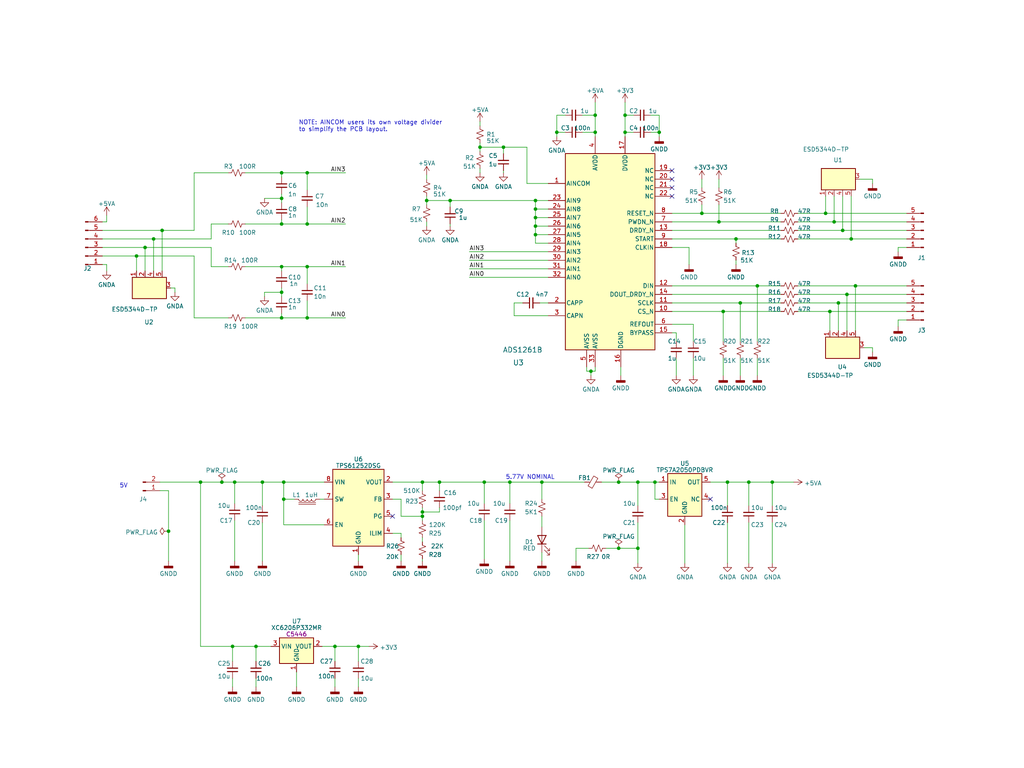
<source format=kicad_sch>
(kicad_sch (version 20230121) (generator eeschema)
  (paper "User" 304.8 228.6)
  (title_block (title "ADS1261 ADC BREAKOUT BOARD") (rev "0.1"))
  (junction (at 66.04 143.51))
  (junction (at 69.215 192.405))
  (junction (at 83.82 51.435))
  (junction (at 91.44 94.615))
  (junction (at 186.055 39.37))
  (junction (at 215.265 92.71))
  (junction (at 78.105 143.51))
  (junction (at 189.865 163.195))
  (junction (at 91.44 66.675))
  (junction (at 84.455 143.51))
  (junction (at 159.385 59.69))
  (junction (at 91.44 79.375))
  (junction (at 253.365 71.12))
  (junction (at 249.555 90.17))
  (junction (at 245.745 63.5))
  (junction (at 40.64 76.2))
  (junction (at 133.985 59.69))
  (junction (at 250.825 68.58))
  (junction (at 161.29 143.51))
  (junction (at 125.73 143.51))
  (junction (at 43.18 73.66))
  (junction (at 50.165 158.115))
  (junction (at 91.44 51.435))
  (junction (at 222.885 143.51))
  (junction (at 254.635 85.09))
  (junction (at 99.695 192.405))
  (junction (at 83.82 66.675))
  (junction (at 142.875 43.815))
  (junction (at 159.385 67.31))
  (junction (at 59.69 143.51))
  (junction (at 165.735 39.37))
  (junction (at 69.85 143.51))
  (junction (at 83.82 59.055))
  (junction (at 106.68 192.405))
  (junction (at 177.165 39.37))
  (junction (at 213.995 66.04))
  (junction (at 159.385 62.23))
  (junction (at 225.425 85.09))
  (junction (at 83.82 94.615))
  (junction (at 127 59.69))
  (junction (at 220.345 90.17))
  (junction (at 144.145 143.51))
  (junction (at 83.82 86.995))
  (junction (at 186.055 34.29))
  (junction (at 83.82 79.375))
  (junction (at 196.215 39.37))
  (junction (at 125.73 152.4))
  (junction (at 184.15 143.51))
  (junction (at 130.81 143.51))
  (junction (at 84.455 148.59))
  (junction (at 177.165 34.29))
  (junction (at 189.865 143.51))
  (junction (at 125.73 153.67))
  (junction (at 208.915 63.5))
  (junction (at 229.87 143.51))
  (junction (at 219.075 71.12))
  (junction (at 151.765 143.51))
  (junction (at 184.15 163.195))
  (junction (at 45.72 71.12))
  (junction (at 76.2 192.405))
  (junction (at 149.86 43.815))
  (junction (at 252.095 87.63))
  (junction (at 175.895 110.49))
  (junction (at 216.535 143.51))
  (junction (at 247.015 92.71))
  (junction (at 159.385 64.77))
  (junction (at 48.26 68.58))
  (junction (at 159.385 69.85))
  (junction (at 248.285 66.04))
  (junction (at 194.945 143.51))
  (no_connect (at 200.025 58.42))
  (no_connect (at 200.025 50.8))
  (no_connect (at 200.025 55.88))
  (no_connect (at 211.455 148.59))
  (no_connect (at 116.84 153.67))
  (no_connect (at 200.025 53.34))
  (wire (pts (xy 174.625 110.49) (xy 175.895 110.49)))
  (wire (pts (xy 248.285 58.42) (xy 248.285 66.04)))
  (wire (pts (xy 83.82 93.345) (xy 83.82 94.615)))
  (wire (pts (xy 106.68 192.405) (xy 109.855 192.405)))
  (wire (pts (xy 159.385 67.31) (xy 163.195 67.31)))
  (wire (pts (xy 206.375 101.6) (xy 206.375 96.52)))
  (wire (pts (xy 106.68 201.93) (xy 106.68 204.47)))
  (wire (pts (xy 125.73 166.37) (xy 125.73 167.005)))
  (wire (pts (xy 155.575 90.17) (xy 153.035 90.17)))
  (wire (pts (xy 215.265 106.68) (xy 215.265 111.76)))
  (wire (pts (xy 144.145 143.51) (xy 151.765 143.51)))
  (wire (pts (xy 237.49 90.17) (xy 249.555 90.17)))
  (wire (pts (xy 127 59.69) (xy 127 60.96)))
  (wire (pts (xy 184.15 143.51) (xy 189.865 143.51)))
  (wire (pts (xy 83.82 51.435) (xy 83.82 52.705)))
  (wire (pts (xy 127 66.04) (xy 127 67.31)))
  (wire (pts (xy 220.345 106.68) (xy 220.345 111.76)))
  (wire (pts (xy 159.385 59.69) (xy 163.195 59.69)))
  (wire (pts (xy 142.875 50.165) (xy 142.875 51.435)))
  (wire (pts (xy 206.375 106.68) (xy 206.375 111.76)))
  (wire (pts (xy 208.915 53.34) (xy 208.915 55.88)))
  (wire (pts (xy 91.44 61.595) (xy 91.44 66.675)))
  (wire (pts (xy 78.74 86.995) (xy 78.74 88.265)))
  (wire (pts (xy 83.82 79.375) (xy 83.82 80.645)))
  (wire (pts (xy 125.73 143.51) (xy 130.81 143.51)))
  (wire (pts (xy 91.44 89.535) (xy 91.44 94.615)))
  (wire (pts (xy 45.72 71.12) (xy 62.865 71.12)))
  (wire (pts (xy 237.49 92.71) (xy 247.015 92.71)))
  (wire (pts (xy 47.625 143.51) (xy 59.69 143.51)))
  (wire (pts (xy 200.025 92.71) (xy 215.265 92.71)))
  (wire (pts (xy 194.945 148.59) (xy 194.945 143.51)))
  (wire (pts (xy 69.215 201.93) (xy 69.215 204.47)))
  (wire (pts (xy 69.85 154.94) (xy 69.85 167.005)))
  (wire (pts (xy 83.82 57.785) (xy 83.82 59.055)))
  (wire (pts (xy 219.075 71.12) (xy 219.075 72.39)))
  (wire (pts (xy 252.095 87.63) (xy 252.095 98.425)))
  (wire (pts (xy 31.75 78.74) (xy 31.75 80.645)))
  (wire (pts (xy 249.555 90.17) (xy 249.555 98.425)))
  (wire (pts (xy 201.295 106.68) (xy 201.295 111.76)))
  (wire (pts (xy 127 52.07) (xy 127 53.34)))
  (wire (pts (xy 57.785 76.2) (xy 57.785 94.615)))
  (wire (pts (xy 156.845 43.815) (xy 156.845 54.61)))
  (wire (pts (xy 177.165 109.22) (xy 177.165 110.49)))
  (wire (pts (xy 130.81 151.13) (xy 130.81 152.4)))
  (wire (pts (xy 116.84 143.51) (xy 125.73 143.51)))
  (wire (pts (xy 50.165 158.115) (xy 50.165 167.005)))
  (wire (pts (xy 189.865 155.575) (xy 189.865 163.195)))
  (wire (pts (xy 91.44 66.675) (xy 102.87 66.675)))
  (wire (pts (xy 78.105 155.575) (xy 78.105 167.005)))
  (wire (pts (xy 142.875 42.545) (xy 142.875 43.815)))
  (wire (pts (xy 144.145 154.94) (xy 144.145 166.37)))
  (wire (pts (xy 52.07 85.725) (xy 52.07 86.995)))
  (wire (pts (xy 237.49 87.63) (xy 252.095 87.63)))
  (wire (pts (xy 125.73 160.02) (xy 125.73 161.29)))
  (wire (pts (xy 69.215 192.405) (xy 69.215 196.85)))
  (wire (pts (xy 237.49 66.04) (xy 248.285 66.04)))
  (wire (pts (xy 267.335 73.66) (xy 267.335 74.93)))
  (wire (pts (xy 88.265 200.025) (xy 88.265 204.47)))
  (wire (pts (xy 149.86 43.815) (xy 156.845 43.815)))
  (wire (pts (xy 57.785 51.435) (xy 67.945 51.435)))
  (wire (pts (xy 156.845 54.61) (xy 163.195 54.61)))
  (wire (pts (xy 151.765 143.51) (xy 161.29 143.51)))
  (wire (pts (xy 50.8 85.725) (xy 52.07 85.725)))
  (wire (pts (xy 225.425 85.09) (xy 232.41 85.09)))
  (wire (pts (xy 208.915 60.96) (xy 208.915 63.5)))
  (wire (pts (xy 83.82 66.675) (xy 91.44 66.675)))
  (wire (pts (xy 48.26 68.58) (xy 57.785 68.58)))
  (wire (pts (xy 43.18 73.66) (xy 62.865 73.66)))
  (wire (pts (xy 245.745 58.42) (xy 245.745 63.5)))
  (wire (pts (xy 83.82 79.375) (xy 91.44 79.375)))
  (wire (pts (xy 159.385 69.85) (xy 159.385 72.39)))
  (wire (pts (xy 254.635 85.09) (xy 269.875 85.09)))
  (wire (pts (xy 62.865 73.66) (xy 62.865 79.375)))
  (wire (pts (xy 159.385 67.31) (xy 159.385 69.85)))
  (wire (pts (xy 149.86 43.815) (xy 149.86 45.72)))
  (wire (pts (xy 69.85 143.51) (xy 78.105 143.51)))
  (wire (pts (xy 159.385 59.69) (xy 159.385 62.23)))
  (wire (pts (xy 133.985 59.69) (xy 133.985 61.595)))
  (wire (pts (xy 76.2 192.405) (xy 80.645 192.405)))
  (wire (pts (xy 186.055 39.37) (xy 186.055 40.64)))
  (wire (pts (xy 200.025 63.5) (xy 208.915 63.5)))
  (wire (pts (xy 99.695 192.405) (xy 99.695 196.85)))
  (wire (pts (xy 189.865 143.51) (xy 189.865 150.495)))
  (wire (pts (xy 99.695 192.405) (xy 106.68 192.405)))
  (wire (pts (xy 45.72 71.12) (xy 45.72 80.645)))
  (wire (pts (xy 203.835 156.21) (xy 203.835 167.64)))
  (wire (pts (xy 106.68 165.1) (xy 106.68 167.005)))
  (wire (pts (xy 229.87 155.575) (xy 229.87 167.64)))
  (wire (pts (xy 159.385 72.39) (xy 163.195 72.39)))
  (wire (pts (xy 249.555 90.17) (xy 269.875 90.17)))
  (wire (pts (xy 222.885 143.51) (xy 222.885 150.495)))
  (wire (pts (xy 84.455 156.21) (xy 84.455 148.59)))
  (wire (pts (xy 269.875 73.66) (xy 267.335 73.66)))
  (wire (pts (xy 175.895 110.49) (xy 177.165 110.49)))
  (wire (pts (xy 257.175 103.505) (xy 259.715 103.505)))
  (wire (pts (xy 253.365 71.12) (xy 269.875 71.12)))
  (wire (pts (xy 237.49 63.5) (xy 245.745 63.5)))
  (wire (pts (xy 200.025 68.58) (xy 232.41 68.58)))
  (wire (pts (xy 59.69 143.51) (xy 66.04 143.51)))
  (wire (pts (xy 76.2 196.85) (xy 76.2 192.405)))
  (wire (pts (xy 219.075 77.47) (xy 219.075 78.74)))
  (wire (pts (xy 130.81 146.05) (xy 130.81 143.51)))
  (wire (pts (xy 200.025 73.66) (xy 205.105 73.66)))
  (wire (pts (xy 189.865 163.195) (xy 189.865 167.64)))
  (wire (pts (xy 119.38 158.75) (xy 119.38 160.02)))
  (wire (pts (xy 216.535 143.51) (xy 222.885 143.51)))
  (wire (pts (xy 165.735 34.29) (xy 165.735 39.37)))
  (wire (pts (xy 229.87 143.51) (xy 236.22 143.51)))
  (wire (pts (xy 237.49 68.58) (xy 250.825 68.58)))
  (wire (pts (xy 168.275 39.37) (xy 165.735 39.37)))
  (wire (pts (xy 213.995 66.04) (xy 232.41 66.04)))
  (wire (pts (xy 196.215 39.37) (xy 196.215 40.64)))
  (wire (pts (xy 161.29 143.51) (xy 161.29 148.59)))
  (wire (pts (xy 139.7 77.47) (xy 163.195 77.47)))
  (wire (pts (xy 62.865 79.375) (xy 67.945 79.375)))
  (wire (pts (xy 255.905 53.34) (xy 259.715 53.34)))
  (wire (pts (xy 253.365 58.42) (xy 253.365 71.12)))
  (wire (pts (xy 40.64 76.2) (xy 57.785 76.2)))
  (wire (pts (xy 95.885 192.405) (xy 99.695 192.405)))
  (wire (pts (xy 78.105 143.51) (xy 84.455 143.51)))
  (wire (pts (xy 119.38 148.59) (xy 116.84 148.59)))
  (wire (pts (xy 151.765 154.94) (xy 151.765 167.005)))
  (wire (pts (xy 160.655 90.17) (xy 163.195 90.17)))
  (wire (pts (xy 179.07 143.51) (xy 184.15 143.51)))
  (wire (pts (xy 119.38 153.67) (xy 125.73 153.67)))
  (wire (pts (xy 205.105 73.66) (xy 205.105 78.74)))
  (wire (pts (xy 30.48 66.04) (xy 31.75 66.04)))
  (wire (pts (xy 196.215 39.37) (xy 193.675 39.37)))
  (wire (pts (xy 159.385 62.23) (xy 163.195 62.23)))
  (wire (pts (xy 84.455 143.51) (xy 96.52 143.51)))
  (wire (pts (xy 229.87 143.51) (xy 229.87 150.495)))
  (wire (pts (xy 78.105 143.51) (xy 78.105 150.495)))
  (wire (pts (xy 73.025 51.435) (xy 83.82 51.435)))
  (wire (pts (xy 47.625 146.05) (xy 50.165 146.05)))
  (wire (pts (xy 186.055 34.29) (xy 186.055 39.37)))
  (wire (pts (xy 30.48 78.74) (xy 31.75 78.74)))
  (wire (pts (xy 248.285 66.04) (xy 269.875 66.04)))
  (wire (pts (xy 200.025 71.12) (xy 219.075 71.12)))
  (wire (pts (xy 161.29 164.465) (xy 161.29 167.005)))
  (wire (pts (xy 91.44 51.435) (xy 91.44 56.515)))
  (wire (pts (xy 201.295 99.06) (xy 201.295 101.6)))
  (wire (pts (xy 267.335 95.25) (xy 267.335 97.155)))
  (wire (pts (xy 177.165 39.37) (xy 177.165 40.64)))
  (wire (pts (xy 175.895 110.49) (xy 175.895 111.76)))
  (wire (pts (xy 215.265 92.71) (xy 232.41 92.71)))
  (wire (pts (xy 247.015 92.71) (xy 247.015 98.425)))
  (wire (pts (xy 250.825 68.58) (xy 269.875 68.58)))
  (wire (pts (xy 237.49 85.09) (xy 254.635 85.09)))
  (wire (pts (xy 153.035 93.98) (xy 163.195 93.98)))
  (wire (pts (xy 196.215 34.29) (xy 196.215 39.37)))
  (wire (pts (xy 220.345 90.17) (xy 220.345 101.6)))
  (wire (pts (xy 194.945 143.51) (xy 196.215 143.51)))
  (wire (pts (xy 127 59.69) (xy 133.985 59.69)))
  (wire (pts (xy 73.025 79.375) (xy 83.82 79.375)))
  (wire (pts (xy 57.785 94.615) (xy 67.945 94.615)))
  (wire (pts (xy 177.165 30.48) (xy 177.165 34.29)))
  (wire (pts (xy 200.025 99.06) (xy 201.295 99.06)))
  (wire (pts (xy 159.385 64.77) (xy 159.385 67.31)))
  (wire (pts (xy 180.34 163.195) (xy 184.15 163.195)))
  (wire (pts (xy 215.265 92.71) (xy 215.265 101.6)))
  (wire (pts (xy 50.165 146.05) (xy 50.165 158.115)))
  (wire (pts (xy 189.865 143.51) (xy 194.945 143.51)))
  (wire (pts (xy 62.865 66.675) (xy 67.945 66.675)))
  (wire (pts (xy 91.44 51.435) (xy 102.87 51.435)))
  (wire (pts (xy 184.785 109.22) (xy 184.785 111.76)))
  (wire (pts (xy 165.735 39.37) (xy 165.735 40.64)))
  (wire (pts (xy 139.7 74.93) (xy 163.195 74.93)))
  (wire (pts (xy 222.885 155.575) (xy 222.885 167.64)))
  (wire (pts (xy 99.695 201.93) (xy 99.695 204.47)))
  (wire (pts (xy 76.2 201.93) (xy 76.2 204.47)))
  (wire (pts (xy 254.635 85.09) (xy 254.635 98.425)))
  (wire (pts (xy 83.82 86.995) (xy 78.74 86.995)))
  (wire (pts (xy 161.29 153.67) (xy 161.29 156.845)))
  (wire (pts (xy 159.385 64.77) (xy 163.195 64.77)))
  (wire (pts (xy 119.38 148.59) (xy 119.38 153.67)))
  (wire (pts (xy 95.25 148.59) (xy 96.52 148.59)))
  (wire (pts (xy 48.26 68.58) (xy 48.26 80.645)))
  (wire (pts (xy 225.425 106.68) (xy 225.425 111.76)))
  (wire (pts (xy 250.825 58.42) (xy 250.825 68.58)))
  (wire (pts (xy 200.025 87.63) (xy 232.41 87.63)))
  (wire (pts (xy 193.675 34.29) (xy 196.215 34.29)))
  (wire (pts (xy 87.63 148.59) (xy 84.455 148.59)))
  (wire (pts (xy 62.865 71.12) (xy 62.865 66.675)))
  (wire (pts (xy 259.715 53.34) (xy 259.715 54.61)))
  (wire (pts (xy 216.535 143.51) (xy 216.535 150.495)))
  (wire (pts (xy 133.985 66.675) (xy 133.985 67.31)))
  (wire (pts (xy 225.425 85.09) (xy 225.425 101.6)))
  (wire (pts (xy 91.44 79.375) (xy 102.87 79.375)))
  (wire (pts (xy 73.025 66.675) (xy 83.82 66.675)))
  (wire (pts (xy 153.035 90.17) (xy 153.035 93.98)))
  (wire (pts (xy 83.82 85.725) (xy 83.82 86.995)))
  (wire (pts (xy 208.915 63.5) (xy 232.41 63.5)))
  (wire (pts (xy 186.055 34.29) (xy 188.595 34.29)))
  (wire (pts (xy 211.455 143.51) (xy 216.535 143.51)))
  (wire (pts (xy 69.215 192.405) (xy 76.2 192.405)))
  (wire (pts (xy 133.985 59.69) (xy 159.385 59.69)))
  (wire (pts (xy 30.48 76.2) (xy 40.64 76.2)))
  (wire (pts (xy 247.015 92.71) (xy 269.875 92.71)))
  (wire (pts (xy 267.335 95.25) (xy 269.875 95.25)))
  (wire (pts (xy 91.44 79.375) (xy 91.44 84.455)))
  (wire (pts (xy 43.18 73.66) (xy 43.18 80.645)))
  (wire (pts (xy 213.995 60.96) (xy 213.995 66.04)))
  (wire (pts (xy 30.48 71.12) (xy 45.72 71.12)))
  (wire (pts (xy 130.81 143.51) (xy 144.145 143.51)))
  (wire (pts (xy 222.885 143.51) (xy 229.87 143.51)))
  (wire (pts (xy 139.7 80.01) (xy 163.195 80.01)))
  (wire (pts (xy 106.68 192.405) (xy 106.68 196.85)))
  (wire (pts (xy 159.385 62.23) (xy 159.385 64.77)))
  (wire (pts (xy 142.875 43.815) (xy 149.86 43.815)))
  (wire (pts (xy 149.86 50.8) (xy 149.86 51.435)))
  (wire (pts (xy 219.075 71.12) (xy 232.41 71.12)))
  (wire (pts (xy 125.73 152.4) (xy 125.73 153.67)))
  (wire (pts (xy 127 58.42) (xy 127 59.69)))
  (wire (pts (xy 171.45 163.195) (xy 171.45 167.005)))
  (wire (pts (xy 174.625 109.22) (xy 174.625 110.49)))
  (wire (pts (xy 200.025 66.04) (xy 213.995 66.04)))
  (wire (pts (xy 116.84 158.75) (xy 119.38 158.75)))
  (wire (pts (xy 220.345 90.17) (xy 232.41 90.17)))
  (wire (pts (xy 125.73 152.4) (xy 130.81 152.4)))
  (wire (pts (xy 171.45 163.195) (xy 175.26 163.195)))
  (wire (pts (xy 159.385 69.85) (xy 163.195 69.85)))
  (wire (pts (xy 184.15 163.195) (xy 189.865 163.195)))
  (wire (pts (xy 142.875 43.815) (xy 142.875 45.085)))
  (wire (pts (xy 83.82 94.615) (xy 91.44 94.615)))
  (wire (pts (xy 91.44 94.615) (xy 102.87 94.615)))
  (wire (pts (xy 216.535 155.575) (xy 216.535 167.64)))
  (wire (pts (xy 168.275 34.29) (xy 165.735 34.29)))
  (wire (pts (xy 125.73 153.67) (xy 125.73 154.94)))
  (wire (pts (xy 83.82 59.055) (xy 78.74 59.055)))
  (wire (pts (xy 173.355 34.29) (xy 177.165 34.29)))
  (wire (pts (xy 186.055 30.48) (xy 186.055 34.29)))
  (wire (pts (xy 59.69 192.405) (xy 59.69 143.51)))
  (wire (pts (xy 213.995 53.34) (xy 213.995 55.88)))
  (wire (pts (xy 125.73 143.51) (xy 125.73 146.05)))
  (wire (pts (xy 83.82 59.055) (xy 83.82 60.325)))
  (wire (pts (xy 119.38 165.1) (xy 119.38 167.005)))
  (wire (pts (xy 57.785 51.435) (xy 57.785 68.58)))
  (wire (pts (xy 69.85 143.51) (xy 69.85 149.86)))
  (wire (pts (xy 245.745 63.5) (xy 269.875 63.5)))
  (wire (pts (xy 83.82 86.995) (xy 83.82 88.265)))
  (wire (pts (xy 252.095 87.63) (xy 269.875 87.63)))
  (wire (pts (xy 125.73 151.13) (xy 125.73 152.4)))
  (wire (pts (xy 161.29 143.51) (xy 173.99 143.51)))
  (wire (pts (xy 186.055 39.37) (xy 188.595 39.37)))
  (wire (pts (xy 84.455 156.21) (xy 96.52 156.21)))
  (wire (pts (xy 142.875 36.195) (xy 142.875 37.465)))
  (wire (pts (xy 84.455 143.51) (xy 84.455 148.59)))
  (wire (pts (xy 151.765 149.86) (xy 151.765 143.51)))
  (wire (pts (xy 200.025 85.09) (xy 225.425 85.09)))
  (wire (pts (xy 206.375 96.52) (xy 200.025 96.52)))
  (wire (pts (xy 196.215 148.59) (xy 194.945 148.59)))
  (wire (pts (xy 30.48 73.66) (xy 43.18 73.66)))
  (wire (pts (xy 237.49 71.12) (xy 253.365 71.12)))
  (wire (pts (xy 73.025 94.615) (xy 83.82 94.615)))
  (wire (pts (xy 30.48 68.58) (xy 48.26 68.58)))
  (wire (pts (xy 83.82 51.435) (xy 91.44 51.435)))
  (wire (pts (xy 200.025 90.17) (xy 220.345 90.17)))
  (wire (pts (xy 144.145 143.51) (xy 144.145 149.86)))
  (wire (pts (xy 31.75 66.04) (xy 31.75 64.135)))
  (wire (pts (xy 259.715 103.505) (xy 259.715 104.775)))
  (wire (pts (xy 173.355 39.37) (xy 177.165 39.37)))
  (wire (pts (xy 163.195 82.55) (xy 139.7 82.55)))
  (wire (pts (xy 40.64 76.2) (xy 40.64 80.645)))
  (wire (pts (xy 59.69 192.405) (xy 69.215 192.405)))
  (wire (pts (xy 177.165 34.29) (xy 177.165 39.37)))
  (wire (pts (xy 66.04 143.51) (xy 69.85 143.51)))
  (wire (pts (xy 83.82 65.405) (xy 83.82 66.675)))
  (text "NOTE: AINCOM users its own voltage divider\nto simplify the PCB layout." (at 88.9 39.37 0) (effects (font (size 1.27 1.27)) (justify left bottom)))
  (text "5V" (at 35.56 145.415 0) (effects (font (size 1.27 1.27)) (justify left bottom)))
  (text "5.77V NOMINAL" (at 150.495 142.875 0) (effects (font (size 1.27 1.27)) (justify left bottom)))
  (label "AIN0" (at 139.7 82.55 0))
  (label "AIN3" (at 102.87 51.435 180))
  (label "AIN3" (at 139.7 74.93 0))
  (label "AIN2" (at 139.7 77.47 0))
  (label "AIN2" (at 102.87 66.675 180))
  (label "AIN1" (at 139.7 80.01 0))
  (label "AIN0" (at 102.87 94.615 180))
  (label "AIN1" (at 102.87 79.375 180))
  (symbol (lib_id "Device:C_Small") (at 189.865 153.035 180) (unit 1)
    (property "Reference" "C21" (at 187.325 155.575 0))
    (property "Value" "10u" (at 187.325 149.86 0))
    (property "Footprint" "Capacitor_SMD:C_0603_1608Metric" (effects hide))
    (property "LCSC" "C96446" (effects hide))
  )
  (symbol (lib_id "Device:R_Small_US") (at 70.485 94.615 90) (unit 1)
    (property "Reference" "R19" (at 68.58 97.155 90))
    (property "Value" "100R" (at 74.295 97.155 90))
    (property "Footprint" "Resistor_SMD:R_0402_1005Metric" (effects hide))
    (property "LCSC" "C25076" (effects hide))
  )
  (symbol (lib_id "power:GNDD") (at 76.2 204.47 0) (unit 1)
    (property "Reference" "#PWR049" (effects hide))
    (property "Value" "GNDD" (at 76.2 208.2245 0))
  )
  (symbol (lib_id "power:GNDA") (at 133.985 67.31 0) (unit 1)
    (property "Reference" "#PWR015" (effects hide))
    (property "Value" "GNDA" (at 133.985 71.4455 0))
  )
  (symbol (lib_id "power:PWR_FLAG") (at 50.165 158.115 90) (unit 1)
    (property "Reference" "#FLG03" (effects hide))
    (property "Value" "PWR_FLAG" (at 46.9901 158.4318 90) (effects (justify left)))
  )
  (symbol (lib_id "power:GNDD") (at 69.215 204.47 0) (unit 1)
    (property "Reference" "#PWR048" (effects hide))
    (property "Value" "GNDD" (at 69.215 208.2245 0))
  )
  (symbol (lib_id "power:GNDD") (at 119.38 167.005 0) (unit 1)
    (property "Reference" "#PWR037" (effects hide))
    (property "Value" "GNDD" (at 119.38 170.7595 0))
  )
  (symbol (lib_id "Device:R_Small_US") (at 234.95 71.12 270) (unit 1)
    (property "Reference" "R12" (at 230.505 70.485 90))
    (property "Value" "47R" (at 239.395 70.485 90))
    (property "Footprint" "Resistor_SMD:R_0402_1005Metric" (effects hide))
    (property "LCSC" "C25118" (effects hide))
  )
  (symbol (lib_name "ESD5344D_1") (lib_id "common:ESD5344D") (at 252.095 103.505 90) (mirror x) (unit 1)
    (property "Reference" "U4" (at 252.095 109.22 90) (effects (justify left)))
    (property "Value" "ESD5344D-TP" (at 254 111.76 90) (effects (justify left)))
    (property "Footprint" "common:Diodes_UDFN-10_1.0x2.5mm_P0.5mm" (effects hide))
    (property "LCSC" "C2841840" (effects hide))
  )
  (symbol (lib_id "power:+5VA") (at 142.875 36.195 0) (unit 1)
    (property "Reference" "#PWR03" (effects hide))
    (property "Value" "+5VA" (at 142.875 32.6931 0))
  )
  (symbol (lib_id "Device:C_Small") (at 191.135 39.37 90) (unit 1)
    (property "Reference" "C4" (at 188.595 38.1 90))
    (property "Value" "100n" (at 193.675 38.1 90))
    (property "Footprint" "Capacitor_SMD:C_0402_1005Metric" (effects hide))
    (property "LCSC" "C1525" (effects hide))
  )
  (symbol (lib_id "Device:R_Small_US") (at 70.485 66.675 90) (unit 1)
    (property "Reference" "R10" (at 67.945 69.215 90))
    (property "Value" "100R" (at 73.66 69.215 90))
    (property "Footprint" "Resistor_SMD:R_0402_1005Metric" (effects hide))
    (property "LCSC" "C25076" (effects hide))
  )
  (symbol (lib_id "Device:R_Small_US") (at 142.875 47.625 180) (unit 1)
    (property "Reference" "R2" (at 138.43 46.99 0) (effects (justify right)))
    (property "Value" "51K" (at 137.795 49.53 0) (effects (justify right)))
    (property "Footprint" "Resistor_SMD:R_0402_1005Metric" (effects hide))
    (property "LCSC" "C25794" (effects hide))
  )
  (symbol (lib_id "Device:R_Small_US") (at 234.95 68.58 270) (unit 1)
    (property "Reference" "R11" (at 230.505 67.945 90))
    (property "Value" "47R" (at 239.395 67.945 90))
    (property "Footprint" "Resistor_SMD:R_0402_1005Metric" (effects hide))
    (property "LCSC" "C25118" (effects hide))
  )
  (symbol (lib_id "Device:R_Small_US") (at 177.8 163.195 90) (unit 1)
    (property "Reference" "R27" (at 176.53 165.735 90))
    (property "Value" "0R" (at 180.34 165.735 90))
    (property "Footprint" "Resistor_SMD:R_0805_2012Metric" (effects hide))
    (property "LCSC" "C17477" (effects hide))
  )
  (symbol (lib_id "Device:C_Small") (at 83.82 62.865 0) (unit 1)
    (property "Reference" "C8" (at 85.725 62.23 0) (effects (justify left)))
    (property "Value" "1n" (at 85.725 64.135 0) (effects (justify left)))
    (property "Footprint" "Capacitor_SMD:C_0402_1005Metric" (effects hide))
    (property "LCSC" "C1523" (effects hide))
  )
  (symbol (lib_id "power:+5VA") (at 177.165 30.48 0) (unit 1)
    (property "Reference" "#PWR01" (effects hide))
    (property "Value" "+5VA" (at 177.165 26.9781 0))
  )
  (symbol (lib_id "power:GNDD") (at 225.425 111.76 0) (unit 1)
    (property "Reference" "#PWR030" (effects hide))
    (property "Value" "GNDD" (at 225.425 115.5145 0))
  )
  (symbol (lib_id "Device:R_Small_US") (at 234.95 85.09 270) (unit 1)
    (property "Reference" "R15" (at 230.505 84.455 90))
    (property "Value" "47R" (at 239.395 84.455 90))
    (property "Footprint" "Resistor_SMD:R_0402_1005Metric" (effects hide))
    (property "LCSC" "C25118" (effects hide))
  )
  (symbol (lib_id "Device:C_Small") (at 216.535 153.035 180) (unit 1)
    (property "Reference" "C22" (at 213.995 155.575 0))
    (property "Value" "100n" (at 213.995 151.13 0))
    (property "Footprint" "Capacitor_SMD:C_0402_1005Metric" (effects hide))
    (property "LCSC" "C1525" (effects hide))
  )
  (symbol (lib_id "power:GNDA") (at 127 67.31 0) (unit 1)
    (property "Reference" "#PWR014" (effects hide))
    (property "Value" "GNDA" (at 127 71.4455 0))
  )
  (symbol (lib_id "breakout:TPS7A2050") (at 203.835 146.05 0) (unit 1)
    (property "Reference" "U5" (at 203.835 137.9601 0))
    (property "Value" "TPS7A2050PDBVR" (at 203.835 139.8811 0))
    (property "Footprint" "breakout:SOT-23-5" (effects hide))
    (property "LCSC" "DNP" (effects hide))
  )
  (symbol (lib_id "Device:R_Small_US") (at 125.73 148.59 0) (unit 1)
    (property "Reference" "R23" (at 122.555 149.225 0))
    (property "Value" "510K" (at 122.555 146.05 0))
    (property "Footprint" "Resistor_SMD:R_0402_1005Metric" (effects hide))
    (property "LCSC" "C11616" (effects hide))
  )
  (symbol (lib_id "Device:R_Small_US") (at 219.075 74.93 180) (unit 1)
    (property "Reference" "R13" (at 220.726 75.2468 0) (effects (justify right)))
    (property "Value" "51K" (at 220.345 77.47 0) (effects (justify right)))
    (property "Footprint" "Resistor_SMD:R_0402_1005Metric" (effects hide))
    (property "LCSC" "C25794" (effects hide))
  )
  (symbol (lib_id "Device:FerriteBead_Small") (at 176.53 143.51 90) (unit 1)
    (property "Reference" "FB1" (at 173.99 142.24 90))
    (property "Value" "Ferrite Bead" (effects hide))
    (property "Footprint" "Inductor_SMD:L_0805_2012Metric" (effects hide))
    (property "LCSC" "C1017" (effects hide))
  )
  (symbol (lib_id "Device:R_Small_US") (at 220.345 104.14 180) (unit 1)
    (property "Reference" "R21" (at 220.345 101.6 0) (effects (justify right)))
    (property "Value" "51K" (at 220.345 107.315 0) (effects (justify right)))
    (property "Footprint" "Resistor_SMD:R_0402_1005Metric" (effects hide))
    (property "LCSC" "C25794" (effects hide))
  )
  (symbol (lib_id "Device:C_Small") (at 69.215 199.39 180) (unit 1)
    (property "Reference" "C25" (at 66.675 197.485 0))
    (property "Value" "10u" (at 66.675 201.295 0))
    (property "Footprint" "Capacitor_SMD:C_0603_1608Metric" (effects hide))
    (property "LCSC" "C96446" (effects hide))
  )
  (symbol (lib_id "power:GNDD") (at 215.265 111.76 0) (unit 1)
    (property "Reference" "#PWR028" (effects hide))
    (property "Value" "GNDD" (at 215.265 115.5145 0))
  )
  (symbol (lib_id "Device:R_Small_US") (at 127 63.5 180) (unit 1)
    (property "Reference" "R7" (at 122.555 62.23 0) (effects (justify right)))
    (property "Value" "51K" (at 121.92 65.405 0) (effects (justify right)))
    (property "Footprint" "Resistor_SMD:R_0402_1005Metric" (effects hide))
    (property "LCSC" "C25794" (effects hide))
  )
  (symbol (lib_id "power:GNDA") (at 142.875 51.435 0) (unit 1)
    (property "Reference" "#PWR06" (effects hide))
    (property "Value" "GNDA" (at 142.875 55.5705 0))
  )
  (symbol (lib_id "power:GNDD") (at 267.335 74.93 0) (unit 1)
    (property "Reference" "#PWR016" (effects hide))
    (property "Value" "GNDD" (at 267.335 78.6845 0))
  )
  (symbol (lib_id "power:PWR_FLAG") (at 66.04 143.51 0) (unit 1)
    (property "Reference" "#FLG01" (effects hide))
    (property "Value" "PWR_FLAG" (at 66.04 140.0081 0))
  )
  (symbol (lib_id "Device:R_Small_US") (at 208.915 58.42 180) (unit 1)
    (property "Reference" "R5" (at 205.105 57.15 0) (effects (justify right)))
    (property "Value" "51K" (at 203.835 59.69 0) (effects (justify right)))
    (property "Footprint" "Resistor_SMD:R_0402_1005Metric" (effects hide))
    (property "LCSC" "C25794" (effects hide))
  )
  (symbol (lib_id "Device:C_Small") (at 229.87 153.035 180) (unit 1)
    (property "Reference" "C24" (at 232.41 156.21 0))
    (property "Value" "10u" (at 232.41 151.13 0))
    (property "Footprint" "Capacitor_SMD:C_0603_1608Metric" (effects hide))
    (property "LCSC" "C96446" (effects hide))
  )
  (symbol (lib_id "Device:R_Small_US") (at 70.485 79.375 90) (unit 1)
    (property "Reference" "R14" (at 68.58 77.47 90))
    (property "Value" "100R" (at 74.295 77.47 90))
    (property "Footprint" "Resistor_SMD:R_0402_1005Metric" (effects hide))
    (property "LCSC" "C25076" (effects hide))
  )
  (symbol (lib_id "power:GNDD") (at 259.715 104.775 0) (unit 1)
    (property "Reference" "#PWR023" (effects hide))
    (property "Value" "GNDD" (at 259.715 108.5295 0))
  )
  (symbol (lib_id "Device:C_Small") (at 170.815 34.29 90) (unit 1)
    (property "Reference" "C1" (at 168.275 33.02 90))
    (property "Value" "1u" (at 173.99 33.02 90))
    (property "Footprint" "Capacitor_SMD:C_0402_1005Metric" (effects hide))
    (property "LCSC" "C52923" (effects hide))
  )
  (symbol (lib_id "Device:C_Small") (at 158.115 90.17 90) (unit 1)
    (property "Reference" "C12" (at 155.575 87.63 90))
    (property "Value" "4n7" (at 161.29 87.63 90))
    (property "Footprint" "Capacitor_SMD:C_0402_1005Metric" (effects hide))
    (property "LCSC" "C1538" (effects hide))
  )
  (symbol (lib_id "power:+5VA") (at 127 52.07 0) (unit 1)
    (property "Reference" "#PWR08" (effects hide))
    (property "Value" "+5VA" (at 127 48.5681 0))
  )
  (symbol (lib_id "power:GNDD") (at 50.165 167.005 0) (unit 1)
    (property "Reference" "#PWR033" (effects hide))
    (property "Value" "GNDD" (at 50.165 170.7595 0))
  )
  (symbol (lib_id "Device:R_Small_US") (at 119.38 162.56 0) (unit 1)
    (property "Reference" "R26" (at 116.84 162.56 0))
    (property "Value" "20K" (at 116.84 165.735 0))
    (property "Footprint" "Resistor_SMD:R_0402_1005Metric" (effects hide))
    (property "LCSC" "C25765" (effects hide))
  )
  (symbol (lib_id "power:GNDD") (at 219.075 78.74 0) (unit 1)
    (property "Reference" "#PWR018" (effects hide))
    (property "Value" "GNDD" (at 219.075 82.4945 0))
  )
  (symbol (lib_id "breakout:ADS1261IRHBR") (at 177.165 101.6 0) (unit 1)
    (property "Reference" "U3" (at 154.305 107.95 0) (effects (font (size 1.524 1.524))))
    (property "Value" "ADS1261B" (at 155.575 104.14 0) (effects (font (size 1.524 1.524))))
    (property "Footprint" "breakout:RHB0032E" (effects hide))
    (property "Datasheet" "ADS1261IRHBR" (effects hide))
    (property "LCSC" "DNP" (effects hide))
  )
  (symbol (lib_id "power:GNDD") (at 151.765 167.005 0) (unit 1)
    (property "Reference" "#PWR039" (effects hide))
    (property "Value" "GNDD" (at 151.765 170.7595 0))
  )
  (symbol (lib_id "power:GNDD") (at 88.265 204.47 0) (unit 1)
    (property "Reference" "#PWR050" (effects hide))
    (property "Value" "GNDD" (at 88.265 208.2245 0))
  )
  (symbol (lib_id "power:GNDA") (at 206.375 111.76 0) (unit 1)
    (property "Reference" "#PWR027" (effects hide))
    (property "Value" "GNDA" (at 206.375 115.8955 0))
  )
  (symbol (lib_id "power:GNDD") (at 99.695 204.47 0) (unit 1)
    (property "Reference" "#PWR051" (effects hide))
    (property "Value" "GNDD" (at 99.695 208.2245 0))
  )
  (symbol (lib_id "power:GNDA") (at 222.885 167.64 0) (unit 1)
    (property "Reference" "#PWR045" (effects hide))
    (property "Value" "GNDA" (at 222.885 171.7755 0))
  )
  (symbol (lib_id "power:GNDD") (at 161.29 167.005 0) (unit 1)
    (property "Reference" "#PWR040" (effects hide))
    (property "Value" "GNDD" (at 161.29 170.7595 0))
  )
  (symbol (lib_id "Device:L_Iron") (at 91.44 148.59 90) (mirror x) (unit 1)
    (property "Reference" "L1" (at 88.265 147.32 90))
    (property "Value" "1uH" (at 92.71 147.32 90))
    (property "Footprint" "Inductor_SMD:L_1210_3225Metric" (effects hide))
    (property "LCSC" "C703782" (effects hide))
  )
  (symbol (lib_id "Device:R_Small_US") (at 125.73 163.83 180) (unit 1)
    (property "Reference" "R28" (at 129.54 165.1 0))
    (property "Value" "22K" (at 130.175 162.56 0))
    (property "Footprint" "Resistor_SMD:R_0402_1005Metric" (effects hide))
    (property "LCSC" "C25768" (effects hide))
  )
  (symbol (lib_id "Device:C_Small") (at 151.765 152.4 180) (unit 1)
    (property "Reference" "C19" (at 149.225 154.94 0))
    (property "Value" "10u" (at 148.59 149.86 0))
    (property "Footprint" "Capacitor_SMD:C_0603_1608Metric" (effects hide))
    (property "LCSC" "C96446" (effects hide))
  )
  (symbol (lib_id "Device:C_Small") (at 201.295 104.14 0) (unit 1)
    (property "Reference" "C14" (at 198.755 101.6 0) (effects (justify left)))
    (property "Value" "1u" (at 198.755 106.68 0) (effects (justify left)))
    (property "Footprint" "Capacitor_SMD:C_0402_1005Metric" (effects hide))
    (property "LCSC" "C52923" (effects hide))
  )
  (symbol (lib_id "Device:C_Small") (at 191.135 34.29 90) (unit 1)
    (property "Reference" "C2" (at 188.595 33.02 90))
    (property "Value" "1u" (at 194.31 33.02 90))
    (property "Footprint" "Capacitor_SMD:C_0402_1005Metric" (effects hide))
    (property "LCSC" "C52923" (effects hide))
  )
  (symbol (lib_id "Device:R_Small_US") (at 213.995 58.42 180) (unit 1)
    (property "Reference" "R6" (at 215.265 57.15 0) (effects (justify right)))
    (property "Value" "51K" (at 215.265 59.69 0) (effects (justify right)))
    (property "Footprint" "Resistor_SMD:R_0402_1005Metric" (effects hide))
    (property "LCSC" "C25794" (effects hide))
  )
  (symbol (lib_id "Device:C_Small") (at 130.81 148.59 180) (unit 1)
    (property "Reference" "C16" (at 133.985 146.685 0))
    (property "Value" "100pf" (at 134.62 151.13 0))
    (property "Footprint" "Capacitor_SMD:C_0402_1005Metric" (effects hide))
    (property "LCSC" "C1546" (effects hide))
  )
  (symbol (lib_id "Device:R_Small_US") (at 142.875 40.005 180) (unit 1)
    (property "Reference" "R1" (at 144.78 40.005 0) (effects (justify right)))
    (property "Value" "51K" (at 144.78 41.91 0) (effects (justify right)))
    (property "Footprint" "Resistor_SMD:R_0402_1005Metric" (effects hide))
    (property "LCSC" "C25794" (effects hide))
  )
  (symbol (lib_id "power:GNDD") (at 78.105 167.005 0) (unit 1)
    (property "Reference" "#PWR035" (effects hide))
    (property "Value" "GNDD" (at 78.105 170.7595 0))
  )
  (symbol (lib_id "Device:C_Small") (at 76.2 199.39 180) (unit 1)
    (property "Reference" "C26" (at 78.74 197.485 0))
    (property "Value" "100n" (at 78.74 201.93 0))
    (property "Footprint" "Capacitor_SMD:C_0402_1005Metric" (effects hide))
    (property "LCSC" "C1525" (effects hide))
  )
  (symbol (lib_id "Device:C_Small") (at 83.82 55.245 0) (unit 1)
    (property "Reference" "C6" (at 85.725 55.245 0) (effects (justify left)))
    (property "Value" "1n" (at 85.725 57.785 0) (effects (justify left)))
    (property "Footprint" "Capacitor_SMD:C_0402_1005Metric" (effects hide))
    (property "LCSC" "C1523" (effects hide))
  )
  (symbol (lib_id "Device:R_Small_US") (at 125.73 157.48 180) (unit 1)
    (property "Reference" "R25" (at 129.54 158.75 0))
    (property "Value" "120K" (at 130.175 156.21 0))
    (property "Footprint" "Resistor_SMD:R_0402_1005Metric" (effects hide))
    (property "LCSC" "C25750" (effects hide))
  )
  (symbol (lib_id "Device:C_Small") (at 83.82 90.805 0) (unit 1)
    (property "Reference" "C13" (at 85.725 89.535 0) (effects (justify left)))
    (property "Value" "1n" (at 85.725 91.44 0) (effects (justify left)))
    (property "Footprint" "Capacitor_SMD:C_0402_1005Metric" (effects hide))
    (property "LCSC" "C1523" (effects hide))
  )
  (symbol (lib_id "Connector:Conn_01x05_Pin") (at 274.955 90.17 180) (unit 1)
    (property "Reference" "J3" (at 274.32 98.3361 0))
    (property "Value" "Conn_01x05_Pin" (effects hide))
    (property "Footprint" "breakout:PinHeader_1x05_P2.54mm_Vertical" (effects hide))
    (property "LCSC" "DNP" (effects hide))
  )
  (symbol (lib_id "Device:C_Small") (at 99.695 199.39 180) (unit 1)
    (property "Reference" "C27" (at 97.155 196.85 0))
    (property "Value" "100n" (at 97.155 201.295 0))
    (property "Footprint" "Capacitor_SMD:C_0402_1005Metric" (effects hide))
    (property "LCSC" "C1525" (effects hide))
  )
  (symbol (lib_id "Connector:Conn_01x02_Pin") (at 42.545 146.05 0) (mirror x) (unit 1)
    (property "Reference" "J4" (at 43.815 148.59 0) (effects (justify right)))
    (property "Value" "Conn_01x03_Pin" (effects hide))
    (property "Footprint" "breakout:PinHeader_1x02_P2.54mm_Vertical" (effects hide))
    (property "LCSC" "DNP" (effects hide))
  )
  (symbol (lib_id "power:GNDD") (at 259.715 54.61 0) (unit 1)
    (property "Reference" "#PWR011" (effects hide))
    (property "Value" "GNDD" (at 259.715 58.3645 0))
  )
  (symbol (lib_id "Device:R_Small_US") (at 234.95 66.04 270) (unit 1)
    (property "Reference" "R9" (at 230.505 65.405 90))
    (property "Value" "47R" (at 239.395 65.405 90))
    (property "Footprint" "Resistor_SMD:R_0402_1005Metric" (effects hide))
    (property "LCSC" "C25118" (effects hide))
  )
  (symbol (lib_id "Device:R_Small_US") (at 70.485 51.435 90) (unit 1)
    (property "Reference" "R3" (at 67.945 49.53 90))
    (property "Value" "100R" (at 73.66 49.53 90))
    (property "Footprint" "Resistor_SMD:R_0402_1005Metric" (effects hide))
    (property "LCSC" "C25076" (effects hide))
  )
  (symbol (lib_id "power:GNDD") (at 106.68 167.005 0) (unit 1)
    (property "Reference" "#PWR036" (effects hide))
    (property "Value" "GNDD" (at 106.68 170.7595 0))
  )
  (symbol (lib_id "Device:R_Small_US") (at 161.29 151.13 0) (unit 1)
    (property "Reference" "R24" (at 158.115 149.86 0))
    (property "Value" "5K1" (at 158.115 152.4 0))
    (property "Footprint" "Resistor_SMD:R_0402_1005Metric" (effects hide))
    (property "LCSC" "C25905" (effects hide))
  )
  (symbol (lib_id "power:+3V3") (at 109.855 192.405 270) (unit 1)
    (property "Reference" "#PWR047" (effects hide))
    (property "Value" "+3V3" (at 113.03 192.7218 90) (effects (justify left)))
  )
  (symbol (lib_id "Device:R_Small_US") (at 215.265 104.14 180) (unit 1)
    (property "Reference" "R20" (at 215.265 101.6 0) (effects (justify right)))
    (property "Value" "51K" (at 215.265 107.315 0) (effects (justify right)))
    (property "Footprint" "Resistor_SMD:R_0402_1005Metric" (effects hide))
    (property "LCSC" "C25794" (effects hide))
  )
  (symbol (lib_id "power:PWR_FLAG") (at 184.15 143.51 0) (unit 1)
    (property "Reference" "#FLG02" (effects hide))
    (property "Value" "PWR_FLAG" (at 184.15 140.0081 0))
  )
  (symbol (lib_id "power:GNDD") (at 196.215 40.64 0) (unit 1)
    (property "Reference" "#PWR05" (effects hide))
    (property "Value" "GNDD" (at 196.215 44.3945 0))
  )
  (symbol (lib_id "Connector:Conn_01x06_Pin") (at 25.4 73.66 0) (mirror x) (unit 1)
    (property "Reference" "J2" (at 26.035 79.9051 0))
    (property "Value" "Conn_01x06_Pin" (effects hide))
    (property "Footprint" "breakout:PinHeader_1x06_P2.54mm_Vertical" (effects hide))
    (property "LCSC" "DNP" (effects hide))
  )
  (symbol (lib_id "power:PWR_FLAG") (at 184.15 163.195 0) (unit 1)
    (property "Reference" "#FLG04" (effects hide))
    (property "Value" "PWR_FLAG" (at 184.15 159.6931 0))
  )
  (symbol (lib_id "Device:C_Small") (at 170.815 39.37 90) (unit 1)
    (property "Reference" "C3" (at 168.275 38.1 90))
    (property "Value" "100n" (at 173.355 38.1 90))
    (property "Footprint" "Capacitor_SMD:C_0402_1005Metric" (effects hide))
    (property "LCSC" "C1525" (effects hide))
  )
  (symbol (lib_id "Device:R_Small_US") (at 234.95 87.63 270) (unit 1)
    (property "Reference" "R16" (at 230.505 86.995 90))
    (property "Value" "47R" (at 239.395 86.995 90))
    (property "Footprint" "Resistor_SMD:R_0402_1005Metric" (effects hide))
    (property "LCSC" "C25118" (effects hide))
  )
  (symbol (lib_id "Device:C_Small") (at 133.985 64.135 180) (unit 1)
    (property "Reference" "C9" (at 135.255 62.865 0) (effects (justify right)))
    (property "Value" "1u" (at 136.525 64.77 0) (effects (justify right)))
    (property "Footprint" "Capacitor_SMD:C_0402_1005Metric" (effects hide))
    (property "LCSC" "C52923" (effects hide))
  )
  (symbol (lib_id "Connector:Conn_01x05_Pin") (at 274.955 68.58 180) (unit 1)
    (property "Reference" "J1" (at 274.32 76.7461 0))
    (property "Value" "Conn_01x05_Pin" (effects hide))
    (property "Footprint" "breakout:PinHeader_1x05_P2.54mm_Vertical" (effects hide))
    (property "LCSC" "DNP" (effects hide))
  )
  (symbol (lib_id "power:GNDD") (at 220.345 111.76 0) (unit 1)
    (property "Reference" "#PWR029" (effects hide))
    (property "Value" "GNDD" (at 220.345 115.5145 0))
  )
  (symbol (lib_id "Device:C_Small") (at 206.375 104.14 0) (unit 1)
    (property "Reference" "C15" (at 206.375 101.6 0) (effects (justify left)))
    (property "Value" "10u" (at 206.375 106.68 0) (effects (justify left)))
    (property "Footprint" "Capacitor_SMD:C_0603_1608Metric" (effects hide))
    (property "LCSC" "C96446" (effects hide))
  )
  (symbol (lib_id "common:ESD5344D") (at 45.72 85.725 90) (mirror x) (unit 1)
    (property "Reference" "U2" (at 45.72 95.885 90) (effects (justify left)))
    (property "Value" "ESD5344D-TP" (at 46.99 92.075 90) (effects (justify left)))
    (property "Footprint" "common:Diodes_UDFN-10_1.0x2.5mm_P0.5mm" (effects hide))
    (property "LCSC" "C2841840" (effects hide))
  )
  (symbol (lib_id "power:+5VA") (at 31.75 64.135 0) (unit 1)
    (property "Reference" "#PWR013" (effects hide))
    (property "Value" "+5VA" (at 31.75 60.6331 0))
  )
  (symbol (lib_id "power:GNDA") (at 149.86 51.435 0) (unit 1)
    (property "Reference" "#PWR07" (effects hide))
    (property "Value" "GNDA" (at 149.86 55.5705 0))
  )
  (symbol (lib_id "Device:R_Small_US") (at 234.95 63.5 270) (unit 1)
    (property "Reference" "R8" (at 230.505 62.865 90))
    (property "Value" "47R" (at 239.395 62.865 90))
    (property "Footprint" "Resistor_SMD:R_0402_1005Metric" (effects hide))
    (property "LCSC" "C25118" (effects hide))
  )
  (symbol (lib_id "power:GNDA") (at 189.865 167.64 0) (unit 1)
    (property "Reference" "#PWR042" (effects hide))
    (property "Value" "GNDA" (at 189.865 171.7755 0))
  )
  (symbol (lib_id "Device:LED") (at 161.29 160.655 90) (unit 1)
    (property "Reference" "D1" (at 156.21 161.29 90) (effects (justify right)))
    (property "Value" "RED" (at 155.575 163.195 90) (effects (justify right)))
    (property "Footprint" "LED_SMD:LED_0805_2012Metric" (effects hide))
    (property "LCSC" "C84256" (effects hide))
  )
  (symbol (lib_id "power:GNDD") (at 267.335 97.155 0) (unit 1)
    (property "Reference" "#PWR022" (effects hide))
    (property "Value" "GNDD" (at 267.335 100.9095 0))
  )
  (symbol (lib_id "power:GNDD") (at 184.785 111.76 0) (unit 1)
    (property "Reference" "#PWR025" (effects hide))
    (property "Value" "GNDD" (at 184.785 115.5145 0))
  )
  (symbol (lib_name "ESD5344D_2") (lib_id "common:ESD5344D") (at 250.825 53.34 90) (unit 1)
    (property "Reference" "U1" (at 250.825 47.625 90) (effects (justify left)))
    (property "Value" "ESD5344D-TP" (at 252.73 44.45 90) (effects (justify left)))
    (property "Footprint" "common:Diodes_UDFN-10_1.0x2.5mm_P0.5mm" (effects hide))
    (property "LCSC" "C2841840" (effects hide))
  )
  (symbol (lib_id "power:GNDA") (at 52.07 86.995 0) (unit 1)
    (property "Reference" "#PWR020" (effects hide))
    (property "Value" "GNDA" (at 52.07 91.1305 0))
  )
  (symbol (lib_id "power:+3V3") (at 186.055 30.48 0) (unit 1)
    (property "Reference" "#PWR02" (effects hide))
    (property "Value" "+3V3" (at 186.055 26.9781 0))
  )
  (symbol (lib_id "power:GNDD") (at 205.105 78.74 0) (unit 1)
    (property "Reference" "#PWR017" (effects hide))
    (property "Value" "GNDD" (at 205.105 82.4945 0))
  )
  (symbol (lib_id "Device:C_Small") (at 91.44 59.055 0) (unit 1)
    (property "Reference" "C7" (at 93.7641 58.4176 0) (effects (justify left)))
    (property "Value" "10n" (at 93.98 60.96 0) (effects (justify left)))
    (property "Footprint" "Capacitor_SMD:C_0402_1005Metric" (effects hide))
    (property "LCSC" "C15195" (effects hide))
  )
  (symbol (lib_id "Device:C_Small") (at 106.68 199.39 180) (unit 1)
    (property "Reference" "C28" (at 109.22 196.85 0))
    (property "Value" "10u" (at 109.22 201.93 0))
    (property "Footprint" "Capacitor_SMD:C_0603_1608Metric" (effects hide))
    (property "LCSC" "C96446" (effects hide))
  )
  (symbol (lib_id "ble:HT75xx-1-SOT89") (at 88.265 194.945 0) (unit 1)
    (property "Reference" "U7" (at 88.265 184.9341 0))
    (property "Value" "XC6206P332MR" (at 88.265 186.8551 0))
    (property "Footprint" "Package_TO_SOT_SMD:SOT-23-3" (effects hide))
    (property "Datasheet" "https://www.holtek.com/documents/10179/116711/HT75xx-1v250.pdf" (effects hide))
    (property "LCSC" "C5446" (at 88.265 188.7761 0))
    (property "JLCPCB Rotation Offset" "-180" (effects hide))
  )
  (symbol (lib_id "breakout:TPS61252DSG") (at 106.68 153.67 0) (unit 1)
    (property "Reference" "U6" (at 106.68 136.6901 0))
    (property "Value" "TPS61252DSG" (at 106.68 138.6111 0))
    (property "Footprint" "breakout:WSON-8-1EP_2x2mm_P0.5mm_EP0.9x1.6mm" (effects hide))
    (property "Datasheet" "http://www.ti.com/lit/ds/symlink/tps61252.pdf" (effects hide))
    (property "LCSC" "C128617" (effects hide))
    (property "JLCPCB Rotation Offset" "-90" (effects hide))
  )
  (symbol (lib_id "power:GNDA") (at 201.295 111.76 0) (unit 1)
    (property "Reference" "#PWR026" (effects hide))
    (property "Value" "GNDA" (at 201.295 115.8955 0))
  )
  (symbol (lib_id "power:+3V3") (at 208.915 53.34 0) (unit 1)
    (property "Reference" "#PWR09" (effects hide))
    (property "Value" "+3V3" (at 208.915 49.8381 0))
  )
  (symbol (lib_id "Device:C_Small") (at 144.145 152.4 180) (unit 1)
    (property "Reference" "C18" (at 141.605 154.94 0))
    (property "Value" "10u" (at 140.97 149.86 0))
    (property "Footprint" "Capacitor_SMD:C_0603_1608Metric" (effects hide))
    (property "LCSC" "C96446" (effects hide))
  )
  (symbol (lib_id "power:GNDA") (at 165.735 40.64 0) (unit 1)
    (property "Reference" "#PWR04" (effects hide))
    (property "Value" "GNDA" (at 165.735 44.7755 0))
  )
  (symbol (lib_id "power:+3V3") (at 213.995 53.34 0) (unit 1)
    (property "Reference" "#PWR010" (effects hide))
    (property "Value" "+3V3" (at 213.995 49.8381 0))
  )
  (symbol (lib_id "power:GNDA") (at 175.895 111.76 0) (unit 1)
    (property "Reference" "#PWR024" (effects hide))
    (property "Value" "GNDA" (at 175.895 115.8955 0))
  )
  (symbol (lib_id "power:GNDA") (at 78.74 59.055 0) (unit 1)
    (property "Reference" "#PWR012" (effects hide))
    (property "Value" "GNDA" (at 78.74 63.1905 0))
  )
  (symbol (lib_id "Device:C_Small") (at 83.82 83.185 0) (unit 1)
    (property "Reference" "C10" (at 85.725 82.55 0) (effects (justify left)))
    (property "Value" "1n" (at 86.1441 84.4686 0) (effects (justify left)))
    (property "Footprint" "Capacitor_SMD:C_0402_1005Metric" (effects hide))
    (property "LCSC" "C1523" (effects hide))
  )
  (symbol (lib_id "Device:R_Small_US") (at 127 55.88 180) (unit 1)
    (property "Reference" "R4" (at 128.905 55.88 0) (effects (justify right)))
    (property "Value" "51K" (at 128.905 57.785 0) (effects (justify right)))
    (property "Footprint" "Resistor_SMD:R_0402_1005Metric" (effects hide))
    (property "LCSC" "C25794" (effects hide))
  )
  (symbol (lib_id "power:GNDD") (at 144.145 166.37 0) (unit 1)
    (property "Reference" "#PWR032" (effects hide))
    (property "Value" "GNDD" (at 144.145 170.1245 0))
  )
  (symbol (lib_id "power:GNDD") (at 69.85 167.005 0) (unit 1)
    (property "Reference" "#PWR034" (effects hide))
    (property "Value" "GNDD" (at 69.85 170.7595 0))
  )
  (symbol (lib_id "power:GNDA") (at 229.87 167.64 0) (unit 1)
    (property "Reference" "#PWR046" (effects hide))
    (property "Value" "GNDA" (at 229.87 171.7755 0))
  )
  (symbol (lib_id "Device:C_Small") (at 222.885 153.035 180) (unit 1)
    (property "Reference" "C23" (at 225.425 156.21 0))
    (property "Value" "10u" (at 225.425 151.13 0))
    (property "Footprint" "Capacitor_SMD:C_0603_1608Metric" (effects hide))
    (property "LCSC" "C96446" (effects hide))
  )
  (symbol (lib_id "power:GNDA") (at 203.835 167.64 0) (unit 1)
    (property "Reference" "#PWR043" (effects hide))
    (property "Value" "GNDA" (at 203.835 171.7755 0))
  )
  (symbol (lib_id "Device:R_Small_US") (at 234.95 92.71 270) (unit 1)
    (property "Reference" "R18" (at 230.505 92.075 90))
    (property "Value" "47R" (at 239.395 92.075 90))
    (property "Footprint" "Resistor_SMD:R_0402_1005Metric" (effects hide))
    (property "LCSC" "C25118" (effects hide))
  )
  (symbol (lib_id "power:GNDA") (at 78.74 88.265 0) (unit 1)
    (property "Reference" "#PWR021" (effects hide))
    (property "Value" "GNDA" (at 78.74 92.4005 0))
  )
  (symbol (lib_id "Device:C_Small") (at 69.85 152.4 180) (unit 1)
    (property "Reference" "C17" (at 67.31 154.94 0))
    (property "Value" "10u" (at 66.675 150.495 0))
    (property "Footprint" "Capacitor_SMD:C_0603_1608Metric" (effects hide))
    (property "LCSC" "C96446" (effects hide))
  )
  (symbol (lib_id "power:+5VA") (at 236.22 143.51 270) (unit 1)
    (property "Reference" "#PWR031" (effects hide))
    (property "Value" "+5VA" (at 239.395 143.8268 90) (effects (justify left)))
  )
  (symbol (lib_id "power:GNDD") (at 125.73 167.005 0) (unit 1)
    (property "Reference" "#PWR038" (effects hide))
    (property "Value" "GNDD" (at 125.73 170.7595 0))
  )
  (symbol (lib_id "power:GNDD") (at 106.68 204.47 0) (unit 1)
    (property "Reference" "#PWR052" (effects hide))
    (property "Value" "GNDD" (at 106.68 208.2245 0))
  )
  (symbol (lib_id "power:GNDA") (at 216.535 167.64 0) (unit 1)
    (property "Reference" "#PWR044" (effects hide))
    (property "Value" "GNDA" (at 216.535 171.7755 0))
  )
  (symbol (lib_id "power:GNDA") (at 31.75 80.645 0) (unit 1)
    (property "Reference" "#PWR019" (effects hide))
    (property "Value" "GNDA" (at 31.75 84.7805 0))
  )
  (symbol (lib_id "power:GNDD") (at 171.45 167.005 0) (unit 1)
    (property "Reference" "#PWR041" (effects hide))
    (property "Value" "GNDD" (at 171.45 170.7595 0))
  )
  (symbol (lib_id "Device:C_Small") (at 78.105 153.035 180) (unit 1)
    (property "Reference" "C20" (at 75.565 155.575 0))
    (property "Value" "100n" (at 75.565 151.13 0))
    (property "Footprint" "Capacitor_SMD:C_0402_1005Metric" (effects hide))
    (property "LCSC" "C1525" (effects hide))
  )
  (symbol (lib_id "Device:C_Small") (at 91.44 86.995 0) (unit 1)
    (property "Reference" "C11" (at 93.345 85.725 0) (effects (justify left)))
    (property "Value" "10n" (at 93.345 88.265 0) (effects (justify left)))
    (property "Footprint" "Capacitor_SMD:C_0402_1005Metric" (effects hide))
    (property "LCSC" "C15195" (effects hide))
  )
  (symbol (lib_id "Device:C_Small") (at 149.86 48.26 180) (unit 1)
    (property "Reference" "C5" (at 145.415 46.355 0) (effects (justify right)))
    (property "Value" "1u" (at 145.415 48.895 0) (effects (justify right)))
    (property "Footprint" "Capacitor_SMD:C_0402_1005Metric" (effects hide))
    (property "LCSC" "C52923" (effects hide))
  )
  (symbol (lib_id "Device:R_Small_US") (at 225.425 104.14 180) (unit 1)
    (property "Reference" "R22" (at 225.425 101.6 0) (effects (justify right)))
    (property "Value" "51K" (at 225.425 107.315 0) (effects (justify right)))
    (property "Footprint" "Resistor_SMD:R_0402_1005Metric" (effects hide))
    (property "LCSC" "C25794" (effects hide))
  )
  (symbol (lib_id "Device:R_Small_US") (at 234.95 90.17 270) (unit 1)
    (property "Reference" "R17" (at 230.505 89.535 90))
    (property "Value" "47R" (at 239.395 89.535 90))
    (property "Footprint" "Resistor_SMD:R_0402_1005Metric" (effects hide))
    (property "LCSC" "C25118" (effects hide))
  )
)
</source>
